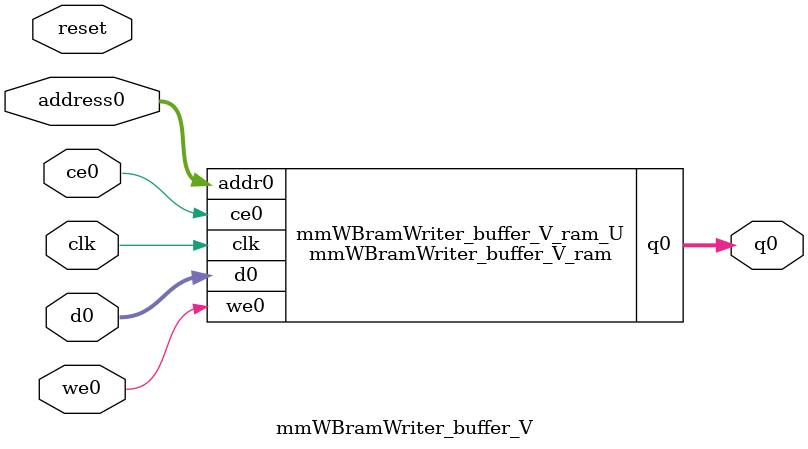
<source format=v>
`timescale 1 ns / 1 ps
module mmWBramWriter_buffer_V_ram (addr0, ce0, d0, we0, q0,  clk);

parameter DWIDTH = 128;
parameter AWIDTH = 5;
parameter MEM_SIZE = 32;

input[AWIDTH-1:0] addr0;
input ce0;
input[DWIDTH-1:0] d0;
input we0;
output reg[DWIDTH-1:0] q0;
input clk;

reg [DWIDTH-1:0] ram[0:MEM_SIZE-1];




always @(posedge clk)  
begin 
    if (ce0) begin
        if (we0) 
            ram[addr0] <= d0; 
        q0 <= ram[addr0];
    end
end


endmodule

`timescale 1 ns / 1 ps
module mmWBramWriter_buffer_V(
    reset,
    clk,
    address0,
    ce0,
    we0,
    d0,
    q0);

parameter DataWidth = 32'd128;
parameter AddressRange = 32'd32;
parameter AddressWidth = 32'd5;
input reset;
input clk;
input[AddressWidth - 1:0] address0;
input ce0;
input we0;
input[DataWidth - 1:0] d0;
output[DataWidth - 1:0] q0;



mmWBramWriter_buffer_V_ram mmWBramWriter_buffer_V_ram_U(
    .clk( clk ),
    .addr0( address0 ),
    .ce0( ce0 ),
    .we0( we0 ),
    .d0( d0 ),
    .q0( q0 ));

endmodule


</source>
